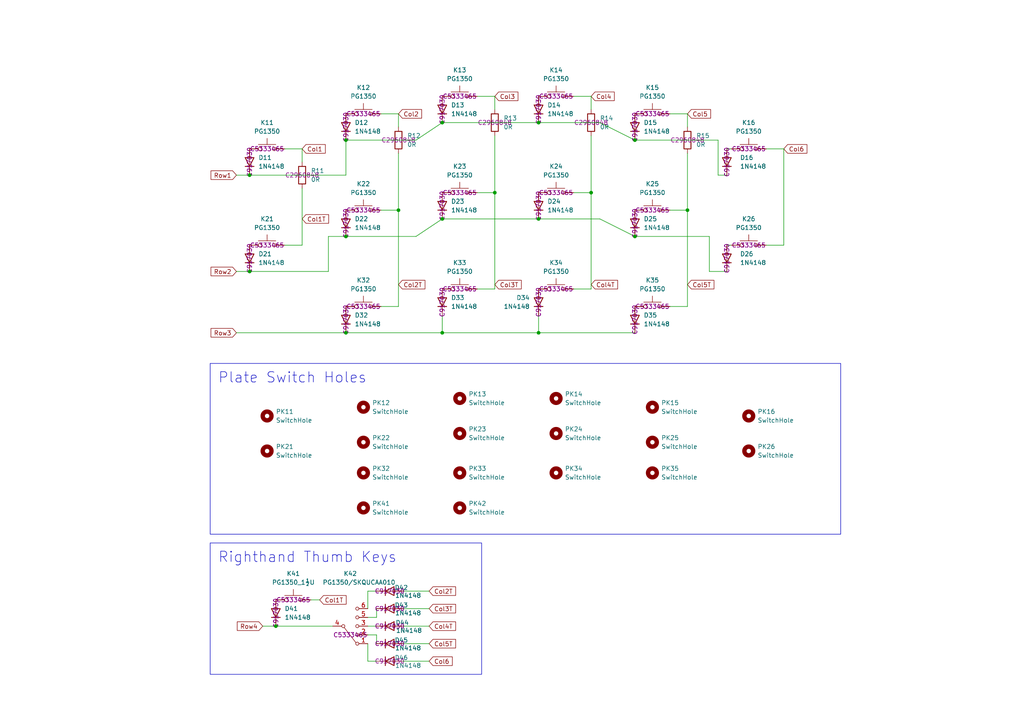
<source format=kicad_sch>
(kicad_sch (version 20250114) (generator "eeschema") (generator_version "9.0")
  (paper "A4")
  (title_block (title "Alufo ") (rev "1.1R") (company "bgkendall") (comment 1 "Split one-layer reversible keyboard PCB (righthand side)") (comment 2 "Key switch matrix for"))
  (lib_symbols
    (symbol "Device:D" (pin_numbers (hide yes)) (pin_names (offset 1.016) (hide yes))
      (property "Reference" "D" (at 0 2.54 0))
      (property "Value" "D" (at 0 -2.54 0))
      (symbol "D_0_1"
        (polyline (pts (xy -1.27 1.27) (xy -1.27 -1.27)) (stroke (width 0.254)))
        (polyline (pts (xy 1.27 1.27) (xy 1.27 -1.27) (xy -1.27 0) (xy 1.27 1.27)) (stroke (width 0.254)))
        (polyline (pts (xy 1.27 0) (xy -1.27 0)))
      )
      (symbol "D_1_1"
        (pin passive line (at -3.81 0 0) (length 2.54) (name "K") (number "1"))
        (pin passive line (at 3.81 0 180) (length 2.54) (name "A") (number "2"))
      )
    )
    (symbol "Device:R" (pin_numbers (hide yes)) (pin_names (offset 0))
      (property "Reference" "R" (at 2.032 0 90))
      (property "Value" "R" (at 0 0 90))
      (symbol "R_0_1"
        (rectangle (start -1.016 -2.54) (end 1.016 2.54) (stroke (width 0.254)))
      )
      (symbol "R_1_1"
        (pin passive line (at 0 3.81 270) (length 1.27) (name "~") (number "1"))
        (pin passive line (at 0 -3.81 90) (length 1.27) (name "~") (number "2"))
      )
    )
    (symbol "Mechanical:MountingHole" (pin_names (offset 1.016)) (exclude_from_sim yes) (in_bom no)
      (property "Reference" "H" (at 0 5.08 0))
      (property "Value" "MountingHole" (at 0 3.175 0))
      (symbol "MountingHole_0_1"
        (circle (center 0 0) (radius 1.27) (stroke (width 1.27)))
      )
    )
    (symbol "Project_Library:SW_SP5T" (pin_names (offset 0) (hide yes))
      (property "Reference" "SW" (at 0 5.08 0))
      (property "Value" "SW_SP5T" (at 0 -11.43 0))
      (symbol "SW_SP5T_0_1"
        (circle (center -2.032 -2.54) (radius 0.4572))
        (polyline (pts (xy -1.7569 -2.1414) (xy 1.651 2.286)))
        (circle (center 2.032 2.54) (radius 0.4572))
        (circle (center 2.032 0) (radius 0.4572))
        (circle (center 2.032 -2.54) (radius 0.4572))
        (circle (center 2.032 -5.08) (radius 0.4572))
        (circle (center 2.032 -7.62) (radius 0.4572))
      )
      (symbol "SW_SP5T_1_1"
        (pin passive line (at -5.08 -2.54 0) (length 2.54) (name "Com") (number "4"))
        (pin passive line (at 5.08 2.54 180) (length 2.54) (name "A") (number "1"))
        (pin passive line (at 5.08 0 180) (length 2.54) (name "B") (number "2"))
        (pin passive line (at 5.08 -2.54 180) (length 2.54) (name "C") (number "3"))
        (pin passive line (at 5.08 -5.08 180) (length 2.54) (name "D") (number "5"))
        (pin passive line (at 5.08 -7.62 180) (length 2.54) (name "Ctr") (number "6"))
      )
    )
    (symbol "Switch:SW_Push" (pin_numbers (hide yes)) (pin_names (offset 1.016) (hide yes))
      (property "Reference" "SW" (at 1.27 2.54 0))
      (property "Value" "SW_Push" (at 0 -1.524 0))
      (symbol "SW_Push_0_1"
        (circle (center -2.032 0) (radius 0.508))
        (polyline (pts (xy 0 1.27) (xy 0 3.048)))
        (circle (center 2.032 0) (radius 0.508))
        (polyline (pts (xy 2.54 1.27) (xy -2.54 1.27)))
        (pin passive line (at -5.08 0 0) (length 2.54) (name "1") (number "1"))
        (pin passive line (at 5.08 0 180) (length 2.54) (name "2") (number "2"))
      )
    )
  )
  (text_box "Plate Switch Holes" (at 60.96 105.41 0) (size 182.88 49.53) (margins 2.25 2.25 2.25 2.25) (effects (font (size 3 3)) (justify left top)))
  (text_box "Righthand Thumb Keys" (at 60.96 157.48 0) (size 78.74 38.1) (margins 2.25 2.25 2.25 2.25) (effects (font (size 3 3)) (justify left top)))
  (junction (at 115.57 60.96))
  (junction (at 72.39 50.8))
  (junction (at 184.15 40.64))
  (junction (at 80.01 181.61))
  (junction (at 128.27 63.5))
  (junction (at 128.27 96.52))
  (junction (at 100.33 68.58))
  (junction (at 143.51 55.88))
  (junction (at 156.21 96.52))
  (junction (at 100.33 40.64))
  (junction (at 128.27 35.56))
  (junction (at 100.33 96.52))
  (junction (at 156.21 35.56))
  (junction (at 156.21 63.5))
  (junction (at 171.45 55.88))
  (junction (at 199.39 60.96))
  (junction (at 72.39 78.74))
  (junction (at 184.15 68.58))
  (wire (pts (xy 156.21 63.5) (xy 128.27 63.5)))
  (wire (pts (xy 120.65 68.58) (xy 100.33 68.58)))
  (wire (pts (xy 106.68 171.45) (xy 109.22 171.45)))
  (wire (pts (xy 184.15 40.64) (xy 208.28 40.64)))
  (wire (pts (xy 199.39 60.96) (xy 199.39 88.9)))
  (wire (pts (xy 128.27 35.56) (xy 120.65 40.64)))
  (wire (pts (xy 171.45 55.88) (xy 171.45 83.82)))
  (wire (pts (xy 72.39 78.74) (xy 95.25 78.74)))
  (wire (pts (xy 90.17 173.99) (xy 92.71 173.99)))
  (wire (pts (xy 128.27 63.5) (xy 120.65 68.58)))
  (wire (pts (xy 87.63 54.61) (xy 87.63 71.12)))
  (wire (pts (xy 143.51 83.82) (xy 138.43 83.82)))
  (wire (pts (xy 109.22 176.53) (xy 109.22 179.07)))
  (wire (pts (xy 208.28 50.8) (xy 210.82 50.8)))
  (wire (pts (xy 106.68 181.61) (xy 109.22 181.61)))
  (wire (pts (xy 173.99 35.56) (xy 156.21 35.56)))
  (wire (pts (xy 95.25 68.58) (xy 100.33 68.58)))
  (wire (pts (xy 106.68 191.77) (xy 106.68 186.69)))
  (wire (pts (xy 68.58 78.74) (xy 72.39 78.74)))
  (wire (pts (xy 143.51 39.37) (xy 143.51 55.88)))
  (wire (pts (xy 171.45 39.37) (xy 171.45 55.88)))
  (wire (pts (xy 156.21 91.44) (xy 156.21 96.52)))
  (wire (pts (xy 184.15 68.58) (xy 205.74 68.58)))
  (wire (pts (xy 115.57 88.9) (xy 110.49 88.9)))
  (wire (pts (xy 212.09 43.18) (xy 210.82 43.18)))
  (wire (pts (xy 124.46 171.45) (xy 116.84 171.45)))
  (wire (pts (xy 205.74 68.58) (xy 205.74 78.74)))
  (wire (pts (xy 76.2 181.61) (xy 80.01 181.61)))
  (wire (pts (xy 212.09 71.12) (xy 210.82 71.12)))
  (wire (pts (xy 138.43 27.94) (xy 143.51 27.94)))
  (wire (pts (xy 143.51 27.94) (xy 143.51 31.75)))
  (wire (pts (xy 106.68 191.77) (xy 109.22 191.77)))
  (wire (pts (xy 205.74 78.74) (xy 210.82 78.74)))
  (wire (pts (xy 82.55 43.18) (xy 87.63 43.18)))
  (wire (pts (xy 166.37 27.94) (xy 171.45 27.94)))
  (wire (pts (xy 184.15 40.64) (xy 173.99 35.56)))
  (wire (pts (xy 156.21 35.56) (xy 128.27 35.56)))
  (wire (pts (xy 222.25 43.18) (xy 227.33 43.18)))
  (wire (pts (xy 109.22 179.07) (xy 106.68 179.07)))
  (wire (pts (xy 194.31 60.96) (xy 199.39 60.96)))
  (wire (pts (xy 143.51 55.88) (xy 143.51 83.82)))
  (wire (pts (xy 115.57 44.45) (xy 115.57 60.96)))
  (wire (pts (xy 222.25 71.12) (xy 227.33 71.12)))
  (wire (pts (xy 100.33 40.64) (xy 100.33 50.8)))
  (wire (pts (xy 110.49 60.96) (xy 115.57 60.96)))
  (wire (pts (xy 120.65 40.64) (xy 100.33 40.64)))
  (wire (pts (xy 110.49 33.02) (xy 115.57 33.02)))
  (wire (pts (xy 115.57 33.02) (xy 115.57 36.83)))
  (wire (pts (xy 171.45 27.94) (xy 171.45 31.75)))
  (wire (pts (xy 109.22 184.15) (xy 106.68 184.15)))
  (wire (pts (xy 100.33 96.52) (xy 128.27 96.52)))
  (wire (pts (xy 199.39 44.45) (xy 199.39 60.96)))
  (wire (pts (xy 199.39 88.9) (xy 194.31 88.9)))
  (wire (pts (xy 124.46 176.53) (xy 116.84 176.53)))
  (wire (pts (xy 115.57 60.96) (xy 115.57 88.9)))
  (wire (pts (xy 82.55 71.12) (xy 87.63 71.12)))
  (wire (pts (xy 208.28 40.64) (xy 208.28 50.8)))
  (wire (pts (xy 95.25 68.58) (xy 95.25 78.74)))
  (wire (pts (xy 80.01 181.61) (xy 96.52 181.61)))
  (wire (pts (xy 128.27 91.44) (xy 128.27 96.52)))
  (wire (pts (xy 106.68 171.45) (xy 106.68 176.53)))
  (wire (pts (xy 184.15 68.58) (xy 173.99 63.5)))
  (wire (pts (xy 156.21 96.52) (xy 184.15 96.52)))
  (wire (pts (xy 68.58 50.8) (xy 72.39 50.8)))
  (wire (pts (xy 227.33 43.18) (xy 227.33 71.12)))
  (wire (pts (xy 128.27 96.52) (xy 156.21 96.52)))
  (wire (pts (xy 124.46 186.69) (xy 116.84 186.69)))
  (wire (pts (xy 138.43 55.88) (xy 143.51 55.88)))
  (wire (pts (xy 68.58 96.52) (xy 100.33 96.52)))
  (wire (pts (xy 87.63 43.18) (xy 87.63 46.99)))
  (wire (pts (xy 124.46 181.61) (xy 116.84 181.61)))
  (wire (pts (xy 124.46 191.77) (xy 116.84 191.77)))
  (wire (pts (xy 166.37 55.88) (xy 171.45 55.88)))
  (wire (pts (xy 194.31 33.02) (xy 199.39 33.02)))
  (wire (pts (xy 171.45 83.82) (xy 166.37 83.82)))
  (wire (pts (xy 109.22 184.15) (xy 109.22 186.69)))
  (wire (pts (xy 72.39 50.8) (xy 100.33 50.8)))
  (wire (pts (xy 173.99 63.5) (xy 156.21 63.5)))
  (wire (pts (xy 199.39 33.02) (xy 199.39 36.83)))
  (global_label "Row3" (shape input) (at 68.58 96.52 180) (property "Intersheetrefs" "${INTERSHEET_REFS}" (effects (hide yes))))
  (global_label "Col2T" (shape input) (at 124.46 171.45 0) (property "Intersheetrefs" "${INTERSHEET_REFS}" (effects (hide yes))))
  (global_label "Col1T" (shape input) (at 92.71 173.99 0) (property "Intersheetrefs" "${INTERSHEET_REFS}" (effects (hide yes))))
  (global_label "Col1" (shape input) (at 87.63 43.18 0) (property "Intersheetrefs" "${INTERSHEET_REFS}" (effects (hide yes))))
  (global_label "Col4T" (shape input) (at 171.45 82.55 0) (property "Intersheetrefs" "${INTERSHEET_REFS}" (effects (hide yes))))
  (global_label "Col3T" (shape input) (at 143.51 82.55 0) (property "Intersheetrefs" "${INTERSHEET_REFS}" (effects (hide yes))))
  (global_label "Col5T" (shape input) (at 199.39 82.55 0) (property "Intersheetrefs" "${INTERSHEET_REFS}" (effects (hide yes))))
  (global_label "Col1T" (shape input) (at 87.63 63.5 0) (property "Intersheetrefs" "${INTERSHEET_REFS}" (effects (hide yes))))
  (global_label "Row4" (shape input) (at 76.2 181.61 180) (property "Intersheetrefs" "${INTERSHEET_REFS}" (effects (hide yes))))
  (global_label "Col5" (shape input) (at 199.39 33.02 0) (property "Intersheetrefs" "${INTERSHEET_REFS}" (effects (hide yes))))
  (global_label "Col6" (shape input) (at 124.46 191.77 0) (property "Intersheetrefs" "${INTERSHEET_REFS}" (effects (hide yes))))
  (global_label "Row1" (shape input) (at 68.58 50.8 180) (property "Intersheetrefs" "${INTERSHEET_REFS}" (effects (hide yes))))
  (global_label "Col3" (shape input) (at 143.51 27.94 0) (property "Intersheetrefs" "${INTERSHEET_REFS}" (effects (hide yes))))
  (global_label "Col4T" (shape input) (at 124.46 181.61 0) (property "Intersheetrefs" "${INTERSHEET_REFS}" (effects (hide yes))))
  (global_label "Col4" (shape input) (at 171.45 27.94 0) (property "Intersheetrefs" "${INTERSHEET_REFS}" (effects (hide yes))))
  (global_label "Col6" (shape input) (at 227.33 43.18 0) (property "Intersheetrefs" "${INTERSHEET_REFS}" (effects (hide yes))))
  (global_label "Col3T" (shape input) (at 124.46 176.53 0) (property "Intersheetrefs" "${INTERSHEET_REFS}" (effects (hide yes))))
  (global_label "Row2" (shape input) (at 68.58 78.74 180) (property "Intersheetrefs" "${INTERSHEET_REFS}" (effects (hide yes))))
  (global_label "Col2T" (shape input) (at 115.57 82.55 0) (property "Intersheetrefs" "${INTERSHEET_REFS}" (effects (hide yes))))
  (global_label "Col2" (shape input) (at 115.57 33.02 0) (property "Intersheetrefs" "${INTERSHEET_REFS}" (effects (hide yes))))
  (global_label "Col5T" (shape input) (at 124.46 186.69 0) (property "Intersheetrefs" "${INTERSHEET_REFS}" (effects (hide yes))))
  (symbol (lib_id "Device:D") (at 113.03 186.69 0) (unit 1)
    (property "Reference" "D45" (at 118.364 185.674 0) (effects (justify right)))
    (property "Value" "1N4148" (at 122.174 187.96 0) (effects (justify right)))
    (property "Footprint" "Project_Library:D_SOD-123" (effects (hide yes)))
    (property "Description" "Diode" (effects (hide yes)))
    (property "Sim.Device" "D" (effects (hide yes)))
    (property "Sim.Pins" "1=K 2=A" (effects (hide yes)))
    (property "LCSC" "C917030" (at 113.03 186.69 0))
  )
  (symbol (lib_id "Switch:SW_Push") (at 161.29 55.88 0) (mirror y) (unit 1)
    (property "Reference" "K24" (at 161.29 48.26 0))
    (property "Value" "PG1350" (at 161.29 50.8 0))
    (property "Footprint" "Project_Library:SW_choc_v1_HS_CPG135001S30_1layer_1u" (effects (hide yes)))
    (property "Description" "Push button switch, generic, two pins" (effects (hide yes)))
    (property "LCSC" "C5333465" (at 161.29 55.88 0))
  )
  (symbol (lib_id "Switch:SW_Push") (at 133.35 55.88 0) (mirror y) (unit 1)
    (property "Reference" "K23" (at 133.35 48.26 0))
    (property "Value" "PG1350" (at 133.35 50.8 0))
    (property "Footprint" "Project_Library:SW_choc_v1_HS_CPG135001S30_1layer_1u" (effects (hide yes)))
    (property "Description" "Push button switch, generic, two pins" (effects (hide yes)))
    (property "LCSC" "C5333465" (at 133.35 55.88 0))
  )
  (symbol (lib_id "Mechanical:MountingHole") (at 133.35 115.57 0) (unit 1) (exclude_from_sim yes) (in_bom no)
    (property "Reference" "PK13" (at 135.89 114.2999 0) (effects (justify left)))
    (property "Value" "SwitchHole" (at 135.89 116.8399 0) (effects (justify left)))
    (property "Footprint" "Project_Library:SW_choc_v1_Plate_CPG135001S30_1u" (effects (hide yes)))
    (property "Description" "Mounting Hole without connection" (effects (hide yes)))
  )
  (symbol (lib_id "Switch:SW_Push") (at 161.29 83.82 0) (mirror y) (unit 1)
    (property "Reference" "K34" (at 161.29 76.2 0))
    (property "Value" "PG1350" (at 161.29 78.74 0))
    (property "Footprint" "Project_Library:SW_choc_v1_HS_CPG135001S30_1layer_1u" (effects (hide yes)))
    (property "Description" "Push button switch, generic, two pins" (effects (hide yes)))
    (property "LCSC" "C5333465" (at 161.29 83.82 0))
  )
  (symbol (lib_id "Switch:SW_Push") (at 161.29 27.94 0) (mirror y) (unit 1)
    (property "Reference" "K14" (at 161.29 20.32 0))
    (property "Value" "PG1350" (at 161.29 22.86 0))
    (property "Footprint" "Project_Library:SW_choc_v1_HS_CPG135001S30_1layer_1u" (effects (hide yes)))
    (property "Description" "Push button switch, generic, two pins" (effects (hide yes)))
    (property "LCSC" "C5333465" (at 161.29 27.94 0))
  )
  (symbol (lib_id "Device:R") (at 143.51 35.56 0) (unit 1)
    (property "Reference" "R13" (at 146.05 34.2899 0) (effects (justify left)))
    (property "Value" "0R" (at 146.05 36.8299 0) (effects (justify left)))
    (property "Footprint" "Resistor_SMD:R_2010_5025Metric" (effects (hide yes)))
    (property "Description" "Resistor" (effects (hide yes)))
    (property "LCSC" "C2960848" (at 143.51 35.56 0))
  )
  (symbol (lib_id "Switch:SW_Push") (at 189.23 88.9 0) (mirror y) (unit 1)
    (property "Reference" "K35" (at 189.23 81.28 0))
    (property "Value" "PG1350" (at 189.23 83.82 0))
    (property "Footprint" "Project_Library:SW_choc_v1_HS_CPG135001S30_1layer_1u" (effects (hide yes)))
    (property "Description" "Push button switch, generic, two pins" (effects (hide yes)))
    (property "LCSC" "C5333465" (at 189.23 88.9 0))
  )
  (symbol (lib_id "Device:R") (at 87.63 50.8 0) (unit 1)
    (property "Reference" "R11" (at 90.17 49.5299 0) (effects (justify left)))
    (property "Value" "0R" (at 90.17 52.0699 0) (effects (justify left)))
    (property "Footprint" "Resistor_SMD:R_2010_5025Metric" (effects (hide yes)))
    (property "Description" "Resistor" (effects (hide yes)))
    (property "LCSC" "C2960848" (at 87.63 50.8 0))
  )
  (symbol (lib_id "Device:D") (at 100.33 36.83 90) (unit 1)
    (property "Reference" "D12" (at 102.87 35.5599 90) (effects (justify right)))
    (property "Value" "1N4148" (at 102.87 38.0999 90) (effects (justify right)))
    (property "Footprint" "Project_Library:D_SOD-123_Mod" (effects (hide yes)))
    (property "Description" "Diode" (effects (hide yes)))
    (property "Sim.Device" "D" (effects (hide yes)))
    (property "Sim.Pins" "1=K 2=A" (effects (hide yes)))
    (property "LCSC" "C917030" (at 100.33 36.83 0))
  )
  (symbol (lib_id "Mechanical:MountingHole") (at 189.23 137.16 0) (unit 1) (exclude_from_sim yes) (in_bom no)
    (property "Reference" "PK35" (at 191.77 135.8899 0) (effects (justify left)))
    (property "Value" "SwitchHole" (at 191.77 138.4299 0) (effects (justify left)))
    (property "Footprint" "Project_Library:SW_choc_v1_Plate_CPG135001S30_1u" (effects (hide yes)))
    (property "Description" "Mounting Hole without connection" (effects (hide yes)))
  )
  (symbol (lib_id "Mechanical:MountingHole") (at 161.29 115.57 0) (unit 1) (exclude_from_sim yes) (in_bom no)
    (property "Reference" "PK14" (at 163.83 114.2999 0) (effects (justify left)))
    (property "Value" "SwitchHole" (at 163.83 116.8399 0) (effects (justify left)))
    (property "Footprint" "Project_Library:SW_choc_v1_Plate_CPG135001S30_1u" (effects (hide yes)))
    (property "Description" "Mounting Hole without connection" (effects (hide yes)))
  )
  (symbol (lib_id "Device:D") (at 100.33 92.71 90) (unit 1)
    (property "Reference" "D32" (at 102.87 91.4399 90) (effects (justify right)))
    (property "Value" "1N4148" (at 102.87 93.9799 90) (effects (justify right)))
    (property "Footprint" "Project_Library:D_SOD-123_Mod" (effects (hide yes)))
    (property "Description" "Diode" (effects (hide yes)))
    (property "Sim.Device" "D" (effects (hide yes)))
    (property "Sim.Pins" "1=K 2=A" (effects (hide yes)))
    (property "LCSC" "C917030" (at 100.33 92.71 0))
  )
  (symbol (lib_id "Device:D") (at 113.03 176.53 0) (unit 1)
    (property "Reference" "D43" (at 118.364 175.514 0) (effects (justify right)))
    (property "Value" "1N4148" (at 122.174 177.8 0) (effects (justify right)))
    (property "Footprint" "Project_Library:D_SOD-123" (effects (hide yes)))
    (property "Description" "Diode" (effects (hide yes)))
    (property "Sim.Device" "D" (effects (hide yes)))
    (property "Sim.Pins" "1=K 2=A" (effects (hide yes)))
    (property "LCSC" "C917030" (at 113.03 176.53 0))
  )
  (symbol (lib_id "Switch:SW_Push") (at 77.47 43.18 0) (mirror y) (unit 1)
    (property "Reference" "K11" (at 77.47 35.56 0))
    (property "Value" "PG1350" (at 77.47 38.1 0))
    (property "Footprint" "Project_Library:SW_choc_v1_HS_CPG135001S30_1layer_1u" (effects (hide yes)))
    (property "Description" "Push button switch, generic, two pins" (effects (hide yes)))
    (property "LCSC" "C5333465" (at 77.47 43.18 0))
  )
  (symbol (lib_id "Mechanical:MountingHole") (at 77.47 130.81 0) (unit 1) (exclude_from_sim yes) (in_bom no)
    (property "Reference" "PK21" (at 80.01 129.5399 0) (effects (justify left)))
    (property "Value" "SwitchHole" (at 80.01 132.0799 0) (effects (justify left)))
    (property "Footprint" "Project_Library:SW_choc_v1_Plate_CPG135001S30_1u" (effects (hide yes)))
    (property "Description" "Mounting Hole without connection" (effects (hide yes)))
  )
  (symbol (lib_id "Device:R") (at 115.57 40.64 0) (unit 1)
    (property "Reference" "R12" (at 118.11 39.3699 0) (effects (justify left)))
    (property "Value" "0R" (at 118.11 41.9099 0) (effects (justify left)))
    (property "Footprint" "Resistor_SMD:R_2010_5025Metric" (effects (hide yes)))
    (property "Description" "Resistor" (effects (hide yes)))
    (property "LCSC" "C2960848" (at 115.57 40.64 0))
  )
  (symbol (lib_id "Project_Library:SW_SP5T") (at 101.6 184.15 0) (mirror x) (unit 1)
    (property "Reference" "K42" (at 101.6 166.37 0))
    (property "Value" "PG1350/SKQUCAA010" (at 104.14 168.91 0))
    (property "Footprint" "Project_Library:SW_choc_v1_HS_nav_CPG135001S30_SKQUCAA010_1layer_1u_1" (effects (hide yes)))
    (property "Description" "Switch, five position, single pole quintuple throw, 5 position switch, SP5T" (effects (hide yes)))
    (property "LCSC" "C5333465" (at 101.6 184.15 0))
  )
  (symbol (lib_id "Device:R") (at 171.45 35.56 0) (unit 1)
    (property "Reference" "R14" (at 173.99 34.2899 0) (effects (justify left)))
    (property "Value" "0R" (at 173.99 36.8299 0) (effects (justify left)))
    (property "Footprint" "Resistor_SMD:R_2010_5025Metric" (effects (hide yes)))
    (property "Description" "Resistor" (effects (hide yes)))
    (property "LCSC" "C2960848" (at 171.45 35.56 0))
  )
  (symbol (lib_id "Switch:SW_Push") (at 105.41 88.9 0) (mirror y) (unit 1)
    (property "Reference" "K32" (at 105.41 81.28 0))
    (property "Value" "PG1350" (at 105.41 83.82 0))
    (property "Footprint" "Project_Library:SW_choc_v1_HS_CPG135001S30_1layer_1u" (effects (hide yes)))
    (property "Description" "Push button switch, generic, two pins" (effects (hide yes)))
    (property "LCSC" "C5333465" (at 105.41 88.9 0))
  )
  (symbol (lib_id "Device:D") (at 113.03 191.77 0) (unit 1)
    (property "Reference" "D46" (at 118.364 190.754 0) (effects (justify right)))
    (property "Value" "1N4148" (at 122.174 193.04 0) (effects (justify right)))
    (property "Footprint" "Project_Library:D_SOD-123" (effects (hide yes)))
    (property "Description" "Diode" (effects (hide yes)))
    (property "Sim.Device" "D" (effects (hide yes)))
    (property "Sim.Pins" "1=K 2=A" (effects (hide yes)))
    (property "LCSC" "C917030" (at 113.03 191.77 0))
  )
  (symbol (lib_id "Mechanical:MountingHole") (at 189.23 118.11 0) (unit 1) (exclude_from_sim yes) (in_bom no)
    (property "Reference" "PK15" (at 191.77 116.8399 0) (effects (justify left)))
    (property "Value" "SwitchHole" (at 191.77 119.3799 0) (effects (justify left)))
    (property "Footprint" "Project_Library:SW_choc_v1_Plate_CPG135001S30_1u" (effects (hide yes)))
    (property "Description" "Mounting Hole without connection" (effects (hide yes)))
  )
  (symbol (lib_id "Device:D") (at 184.15 36.83 90) (unit 1)
    (property "Reference" "D15" (at 186.69 35.5599 90) (effects (justify right)))
    (property "Value" "1N4148" (at 186.69 38.0999 90) (effects (justify right)))
    (property "Footprint" "Project_Library:D_SOD-123_Mod" (effects (hide yes)))
    (property "Description" "Diode" (effects (hide yes)))
    (property "Sim.Device" "D" (effects (hide yes)))
    (property "Sim.Pins" "1=K 2=A" (effects (hide yes)))
    (property "LCSC" "C917030" (at 184.15 36.83 0))
  )
  (symbol (lib_id "Mechanical:MountingHole") (at 105.41 147.32 0) (unit 1) (exclude_from_sim yes) (in_bom no)
    (property "Reference" "PK41" (at 107.95 146.0499 0) (effects (justify left)))
    (property "Value" "SwitchHole" (at 107.95 148.5899 0) (effects (justify left)))
    (property "Footprint" "Project_Library:SW_choc_v1_Plate_CPG135001S30_1.5u" (effects (hide yes)))
    (property "Description" "Mounting Hole without connection" (effects (hide yes)))
  )
  (symbol (lib_id "Switch:SW_Push") (at 85.09 173.99 0) (mirror y) (unit 1)
    (property "Reference" "K41" (at 85.09 166.37 0))
    (property "Value" "PG1350_1½U" (at 85.09 168.91 0))
    (property "Footprint" "Project_Library:SW_choc_v1_HS_CPG135001S30_1layer_1.5u" (effects (hide yes)))
    (property "Description" "Push button switch, generic, two pins" (effects (hide yes)))
    (property "LCSC" "C5333465" (at 85.09 173.99 0))
  )
  (symbol (lib_id "Switch:SW_Push") (at 77.47 71.12 0) (mirror y) (unit 1)
    (property "Reference" "K21" (at 77.47 63.5 0))
    (property "Value" "PG1350" (at 77.47 66.04 0))
    (property "Footprint" "Project_Library:SW_choc_v1_HS_CPG135001S30_1layer_1u" (effects (hide yes)))
    (property "Description" "Push button switch, generic, two pins" (effects (hide yes)))
    (property "LCSC" "C5333465" (at 77.47 71.12 0))
  )
  (symbol (lib_id "Device:D") (at 210.82 74.93 90) (unit 1)
    (property "Reference" "D26" (at 214.63 73.6599 90) (effects (justify right)))
    (property "Value" "1N4148" (at 214.63 76.1999 90) (effects (justify right)))
    (property "Footprint" "Project_Library:D_SOD-123_Mod" (effects (hide yes)))
    (property "Description" "Diode" (effects (hide yes)))
    (property "Sim.Device" "D" (effects (hide yes)))
    (property "Sim.Pins" "1=K 2=A" (effects (hide yes)))
    (property "LCSC" "C917030" (at 210.82 74.93 0))
  )
  (symbol (lib_id "Mechanical:MountingHole") (at 189.23 128.27 0) (unit 1) (exclude_from_sim yes) (in_bom no)
    (property "Reference" "PK25" (at 191.77 126.9999 0) (effects (justify left)))
    (property "Value" "SwitchHole" (at 191.77 129.5399 0) (effects (justify left)))
    (property "Footprint" "Project_Library:SW_choc_v1_Plate_CPG135001S30_1u" (effects (hide yes)))
    (property "Description" "Mounting Hole without connection" (effects (hide yes)))
  )
  (symbol (lib_id "Switch:SW_Push") (at 189.23 33.02 0) (mirror y) (unit 1)
    (property "Reference" "K15" (at 189.23 25.4 0))
    (property "Value" "PG1350" (at 189.23 27.94 0))
    (property "Footprint" "Project_Library:SW_choc_v1_HS_CPG135001S30_1layer_1u" (effects (hide yes)))
    (property "Description" "Push button switch, generic, two pins" (effects (hide yes)))
    (property "LCSC" "C5333465" (at 189.23 33.02 0))
  )
  (symbol (lib_id "Switch:SW_Push") (at 133.35 83.82 0) (mirror y) (unit 1)
    (property "Reference" "K33" (at 133.35 76.2 0))
    (property "Value" "PG1350" (at 133.35 78.74 0))
    (property "Footprint" "Project_Library:SW_choc_v1_HS_CPG135001S30_1layer_1u" (effects (hide yes)))
    (property "Description" "Push button switch, generic, two pins" (effects (hide yes)))
    (property "LCSC" "C5333465" (at 133.35 83.82 0))
  )
  (symbol (lib_id "Device:D") (at 128.27 87.63 90) (unit 1)
    (property "Reference" "D33" (at 130.81 86.3599 90) (effects (justify right)))
    (property "Value" "1N4148" (at 130.81 88.8999 90) (effects (justify right)))
    (property "Footprint" "Project_Library:D_SOD-123_Mod" (effects (hide yes)))
    (property "Description" "Diode" (effects (hide yes)))
    (property "Sim.Device" "D" (effects (hide yes)))
    (property "Sim.Pins" "1=K 2=A" (effects (hide yes)))
    (property "LCSC" "C917030" (at 128.27 87.63 0))
  )
  (symbol (lib_id "Switch:SW_Push") (at 105.41 33.02 0) (mirror y) (unit 1)
    (property "Reference" "K12" (at 105.41 25.4 0))
    (property "Value" "PG1350" (at 105.41 27.94 0))
    (property "Footprint" "Project_Library:SW_choc_v1_HS_CPG135001S30_1layer_1u" (effects (hide yes)))
    (property "Description" "Push button switch, generic, two pins" (effects (hide yes)))
    (property "LCSC" "C5333465" (at 105.41 33.02 0))
  )
  (symbol (lib_id "Mechanical:MountingHole") (at 105.41 128.27 0) (unit 1) (exclude_from_sim yes) (in_bom no)
    (property "Reference" "PK22" (at 107.95 126.9999 0) (effects (justify left)))
    (property "Value" "SwitchHole" (at 107.95 129.5399 0) (effects (justify left)))
    (property "Footprint" "Project_Library:SW_choc_v1_Plate_CPG135001S30_1u" (effects (hide yes)))
    (property "Description" "Mounting Hole without connection" (effects (hide yes)))
  )
  (symbol (lib_id "Device:D") (at 156.21 87.63 270) (mirror x) (unit 1)
    (property "Reference" "D34" (at 153.67 86.3599 90) (effects (justify right)))
    (property "Value" "1N4148" (at 153.67 88.8999 90) (effects (justify right)))
    (property "Footprint" "Project_Library:D_SOD-123_Mod" (effects (hide yes)))
    (property "Description" "Diode" (effects (hide yes)))
    (property "Sim.Device" "D" (effects (hide yes)))
    (property "Sim.Pins" "1=K 2=A" (effects (hide yes)))
    (property "LCSC" "C917030" (at 156.21 87.63 0))
  )
  (symbol (lib_id "Device:D") (at 210.82 46.99 90) (unit 1)
    (property "Reference" "D16" (at 214.63 45.7199 90) (effects (justify right)))
    (property "Value" "1N4148" (at 214.63 48.2599 90) (effects (justify right)))
    (property "Footprint" "Project_Library:D_SOD-123_Mod" (effects (hide yes)))
    (property "Description" "Diode" (effects (hide yes)))
    (property "Sim.Device" "D" (effects (hide yes)))
    (property "Sim.Pins" "1=K 2=A" (effects (hide yes)))
    (property "LCSC" "C917030" (at 210.82 46.99 0))
  )
  (symbol (lib_id "Device:D") (at 184.15 92.71 90) (unit 1)
    (property "Reference" "D35" (at 186.69 91.4399 90) (effects (justify right)))
    (property "Value" "1N4148" (at 186.69 93.9799 90) (effects (justify right)))
    (property "Footprint" "Project_Library:D_SOD-123_Mod" (effects (hide yes)))
    (property "Description" "Diode" (effects (hide yes)))
    (property "Sim.Device" "D" (effects (hide yes)))
    (property "Sim.Pins" "1=K 2=A" (effects (hide yes)))
    (property "LCSC" "C917030" (at 184.15 92.71 0))
  )
  (symbol (lib_id "Switch:SW_Push") (at 189.23 60.96 0) (mirror y) (unit 1)
    (property "Reference" "K25" (at 189.23 53.34 0))
    (property "Value" "PG1350" (at 189.23 55.88 0))
    (property "Footprint" "Project_Library:SW_choc_v1_HS_CPG135001S30_1layer_1u" (effects (hide yes)))
    (property "Description" "Push button switch, generic, two pins" (effects (hide yes)))
    (property "LCSC" "C5333465" (at 189.23 60.96 0))
  )
  (symbol (lib_id "Device:D") (at 80.01 177.8 90) (unit 1)
    (property "Reference" "D41" (at 82.55 176.5299 90) (effects (justify right)))
    (property "Value" "1N4148" (at 82.55 179.0699 90) (effects (justify right)))
    (property "Footprint" "Project_Library:D_SOD-123" (effects (hide yes)))
    (property "Description" "Diode" (effects (hide yes)))
    (property "Sim.Device" "D" (effects (hide yes)))
    (property "Sim.Pins" "1=K 2=A" (effects (hide yes)))
    (property "LCSC" "C917030" (at 80.01 177.8 0))
  )
  (symbol (lib_id "Device:D") (at 72.39 74.93 90) (unit 1)
    (property "Reference" "D21" (at 74.93 73.6599 90) (effects (justify right)))
    (property "Value" "1N4148" (at 74.93 76.1999 90) (effects (justify right)))
    (property "Footprint" "Project_Library:D_SOD-123_Mod" (effects (hide yes)))
    (property "Description" "Diode" (effects (hide yes)))
    (property "Sim.Device" "D" (effects (hide yes)))
    (property "Sim.Pins" "1=K 2=A" (effects (hide yes)))
    (property "LCSC" "C917030" (at 72.39 74.93 0))
  )
  (symbol (lib_id "Mechanical:MountingHole") (at 105.41 137.16 0) (unit 1) (exclude_from_sim yes) (in_bom no)
    (property "Reference" "PK32" (at 107.95 135.8899 0) (effects (justify left)))
    (property "Value" "SwitchHole" (at 107.95 138.4299 0) (effects (justify left)))
    (property "Footprint" "Project_Library:SW_choc_v1_Plate_CPG135001S30_1u" (effects (hide yes)))
    (property "Description" "Mounting Hole without connection" (effects (hide yes)))
  )
  (symbol (lib_id "Device:D") (at 128.27 31.75 90) (unit 1)
    (property "Reference" "D13" (at 130.81 30.4799 90) (effects (justify right)))
    (property "Value" "1N4148" (at 130.81 33.0199 90) (effects (justify right)))
    (property "Footprint" "Project_Library:D_SOD-123_Mod" (effects (hide yes)))
    (property "Description" "Diode" (effects (hide yes)))
    (property "Sim.Device" "D" (effects (hide yes)))
    (property "Sim.Pins" "1=K 2=A" (effects (hide yes)))
    (property "LCSC" "C917030" (at 128.27 31.75 0))
  )
  (symbol (lib_id "Mechanical:MountingHole") (at 133.35 137.16 0) (unit 1) (exclude_from_sim yes) (in_bom no)
    (property "Reference" "PK33" (at 135.89 135.8899 0) (effects (justify left)))
    (property "Value" "SwitchHole" (at 135.89 138.4299 0) (effects (justify left)))
    (property "Footprint" "Project_Library:SW_choc_v1_Plate_CPG135001S30_1u" (effects (hide yes)))
    (property "Description" "Mounting Hole without connection" (effects (hide yes)))
  )
  (symbol (lib_id "Device:D") (at 128.27 59.69 90) (unit 1)
    (property "Reference" "D23" (at 130.81 58.4199 90) (effects (justify right)))
    (property "Value" "1N4148" (at 130.81 60.9599 90) (effects (justify right)))
    (property "Footprint" "Project_Library:D_SOD-123_Mod" (effects (hide yes)))
    (property "Description" "Diode" (effects (hide yes)))
    (property "Sim.Device" "D" (effects (hide yes)))
    (property "Sim.Pins" "1=K 2=A" (effects (hide yes)))
    (property "LCSC" "C917030" (at 128.27 59.69 0))
  )
  (symbol (lib_id "Mechanical:MountingHole") (at 105.41 118.11 0) (unit 1) (exclude_from_sim yes) (in_bom no)
    (property "Reference" "PK12" (at 107.95 116.8399 0) (effects (justify left)))
    (property "Value" "SwitchHole" (at 107.95 119.3799 0) (effects (justify left)))
    (property "Footprint" "Project_Library:SW_choc_v1_Plate_CPG135001S30_1u" (effects (hide yes)))
    (property "Description" "Mounting Hole without connection" (effects (hide yes)))
  )
  (symbol (lib_id "Device:D") (at 184.15 64.77 90) (unit 1)
    (property "Reference" "D25" (at 186.69 63.4999 90) (effects (justify right)))
    (property "Value" "1N4148" (at 186.69 66.0399 90) (effects (justify right)))
    (property "Footprint" "Project_Library:D_SOD-123_Mod" (effects (hide yes)))
    (property "Description" "Diode" (effects (hide yes)))
    (property "Sim.Device" "D" (effects (hide yes)))
    (property "Sim.Pins" "1=K 2=A" (effects (hide yes)))
    (property "LCSC" "C917030" (at 184.15 64.77 0))
  )
  (symbol (lib_id "Mechanical:MountingHole") (at 217.17 130.81 0) (unit 1) (exclude_from_sim yes) (in_bom no)
    (property "Reference" "PK26" (at 219.71 129.5399 0) (effects (justify left)))
    (property "Value" "SwitchHole" (at 219.71 132.0799 0) (effects (justify left)))
    (property "Footprint" "Project_Library:SW_choc_v1_Plate_CPG135001S30_1u" (effects (hide yes)))
    (property "Description" "Mounting Hole without connection" (effects (hide yes)))
  )
  (symbol (lib_id "Mechanical:MountingHole") (at 161.29 125.73 0) (unit 1) (exclude_from_sim yes) (in_bom no)
    (property "Reference" "PK24" (at 163.83 124.4599 0) (effects (justify left)))
    (property "Value" "SwitchHole" (at 163.83 126.9999 0) (effects (justify left)))
    (property "Footprint" "Project_Library:SW_choc_v1_Plate_CPG135001S30_1u" (effects (hide yes)))
    (property "Description" "Mounting Hole without connection" (effects (hide yes)))
  )
  (symbol (lib_id "Device:D") (at 72.39 46.99 90) (unit 1)
    (property "Reference" "D11" (at 74.93 45.7199 90) (effects (justify right)))
    (property "Value" "1N4148" (at 74.93 48.2599 90) (effects (justify right)))
    (property "Footprint" "Project_Library:D_SOD-123_Mod" (effects (hide yes)))
    (property "Description" "Diode" (effects (hide yes)))
    (property "Sim.Device" "D" (effects (hide yes)))
    (property "Sim.Pins" "1=K 2=A" (effects (hide yes)))
    (property "LCSC" "C917030" (at 72.39 46.99 0))
  )
  (symbol (lib_id "Mechanical:MountingHole") (at 77.47 120.65 0) (unit 1) (exclude_from_sim yes) (in_bom no)
    (property "Reference" "PK11" (at 80.01 119.3799 0) (effects (justify left)))
    (property "Value" "SwitchHole" (at 80.01 121.9199 0) (effects (justify left)))
    (property "Footprint" "Project_Library:SW_choc_v1_Plate_CPG135001S30_1u" (effects (hide yes)))
    (property "Description" "Mounting Hole without connection" (effects (hide yes)))
  )
  (symbol (lib_id "Mechanical:MountingHole") (at 133.35 125.73 0) (unit 1) (exclude_from_sim yes) (in_bom no)
    (property "Reference" "PK23" (at 135.89 124.4599 0) (effects (justify left)))
    (property "Value" "SwitchHole" (at 135.89 126.9999 0) (effects (justify left)))
    (property "Footprint" "Project_Library:SW_choc_v1_Plate_CPG135001S30_1u" (effects (hide yes)))
    (property "Description" "Mounting Hole without connection" (effects (hide yes)))
  )
  (symbol (lib_id "Device:D") (at 156.21 59.69 90) (unit 1)
    (property "Reference" "D24" (at 158.75 58.4199 90) (effects (justify right)))
    (property "Value" "1N4148" (at 158.75 60.9599 90) (effects (justify right)))
    (property "Footprint" "Project_Library:D_SOD-123_Mod" (effects (hide yes)))
    (property "Description" "Diode" (effects (hide yes)))
    (property "Sim.Device" "D" (effects (hide yes)))
    (property "Sim.Pins" "1=K 2=A" (effects (hide yes)))
    (property "LCSC" "C917030" (at 156.21 59.69 0))
  )
  (symbol (lib_id "Switch:SW_Push") (at 105.41 60.96 0) (mirror y) (unit 1)
    (property "Reference" "K22" (at 105.41 53.34 0))
    (property "Value" "PG1350" (at 105.41 55.88 0))
    (property "Footprint" "Project_Library:SW_choc_v1_HS_CPG135001S30_1layer_1u" (effects (hide yes)))
    (property "Description" "Push button switch, generic, two pins" (effects (hide yes)))
    (property "LCSC" "C5333465" (at 105.41 60.96 0))
  )
  (symbol (lib_id "Switch:SW_Push") (at 133.35 27.94 0) (mirror y) (unit 1)
    (property "Reference" "K13" (at 133.35 20.32 0))
    (property "Value" "PG1350" (at 133.35 22.86 0))
    (property "Footprint" "Project_Library:SW_choc_v1_HS_CPG135001S30_1layer_1u" (effects (hide yes)))
    (property "Description" "Push button switch, generic, two pins" (effects (hide yes)))
    (property "LCSC" "C5333465" (at 133.35 27.94 0))
  )
  (symbol (lib_id "Device:D") (at 113.03 171.45 0) (unit 1)
    (property "Reference" "D42" (at 118.364 170.434 0) (effects (justify right)))
    (property "Value" "1N4148" (at 122.174 172.72 0) (effects (justify right)))
    (property "Footprint" "Project_Library:D_SOD-123" (effects (hide yes)))
    (property "Description" "Diode" (effects (hide yes)))
    (property "Sim.Device" "D" (effects (hide yes)))
    (property "Sim.Pins" "1=K 2=A" (effects (hide yes)))
    (property "LCSC" "C917030" (at 113.03 171.45 0))
  )
  (symbol (lib_id "Switch:SW_Push") (at 217.17 71.12 0) (mirror y) (unit 1)
    (property "Reference" "K26" (at 217.17 63.5 0))
    (property "Value" "PG1350" (at 217.17 66.04 0))
    (property "Footprint" "Project_Library:SW_choc_v1_HS_CPG135001S30_1layer_1u" (effects (hide yes)))
    (property "Description" "Push button switch, generic, two pins" (effects (hide yes)))
    (property "LCSC" "C5333465" (at 217.17 71.12 0))
  )
  (symbol (lib_id "Mechanical:MountingHole") (at 161.29 137.16 0) (unit 1) (exclude_from_sim yes) (in_bom no)
    (property "Reference" "PK34" (at 163.83 135.8899 0) (effects (justify left)))
    (property "Value" "SwitchHole" (at 163.83 138.4299 0) (effects (justify left)))
    (property "Footprint" "Project_Library:SW_choc_v1_Plate_CPG135001S30_1u" (effects (hide yes)))
    (property "Description" "Mounting Hole without connection" (effects (hide yes)))
  )
  (symbol (lib_id "Mechanical:MountingHole") (at 133.35 147.32 0) (unit 1) (exclude_from_sim yes) (in_bom no)
    (property "Reference" "PK42" (at 135.89 146.0499 0) (effects (justify left)))
    (property "Value" "SwitchHole" (at 135.89 148.5899 0) (effects (justify left)))
    (property "Footprint" "Project_Library:SW_choc_v1_Plate_CPG135001S30_1u" (effects (hide yes)))
    (property "Description" "Mounting Hole without connection" (effects (hide yes)))
  )
  (symbol (lib_id "Mechanical:MountingHole") (at 217.17 120.65 0) (unit 1) (exclude_from_sim yes) (in_bom no)
    (property "Reference" "PK16" (at 219.71 119.3799 0) (effects (justify left)))
    (property "Value" "SwitchHole" (at 219.71 121.9199 0) (effects (justify left)))
    (property "Footprint" "Project_Library:SW_choc_v1_Plate_CPG135001S30_1u" (effects (hide yes)))
    (property "Description" "Mounting Hole without connection" (effects (hide yes)))
  )
  (symbol (lib_id "Device:D") (at 113.03 181.61 0) (unit 1)
    (property "Reference" "D44" (at 118.618 180.594 0) (effects (justify right)))
    (property "Value" "1N4148" (at 122.428 182.88 0) (effects (justify right)))
    (property "Footprint" "Project_Library:D_SOD-123" (effects (hide yes)))
    (property "Description" "Diode" (effects (hide yes)))
    (property "Sim.Device" "D" (effects (hide yes)))
    (property "Sim.Pins" "1=K 2=A" (effects (hide yes)))
    (property "LCSC" "C917030" (at 113.03 181.61 0))
  )
  (symbol (lib_id "Device:R") (at 199.39 40.64 0) (unit 1)
    (property "Reference" "R15" (at 201.93 39.3699 0) (effects (justify left)))
    (property "Value" "0R" (at 201.93 41.9099 0) (effects (justify left)))
    (property "Footprint" "Resistor_SMD:R_2010_5025Metric" (effects (hide yes)))
    (property "Description" "Resistor" (effects (hide yes)))
    (property "LCSC" "C2960848" (at 199.39 40.64 0))
  )
  (symbol (lib_id "Device:D") (at 100.33 64.77 90) (unit 1)
    (property "Reference" "D22" (at 102.87 63.4999 90) (effects (justify right)))
    (property "Value" "1N4148" (at 102.87 66.0399 90) (effects (justify right)))
    (property "Footprint" "Project_Library:D_SOD-123_Mod" (effects (hide yes)))
    (property "Description" "Diode" (effects (hide yes)))
    (property "Sim.Device" "D" (effects (hide yes)))
    (property "Sim.Pins" "1=K 2=A" (effects (hide yes)))
    (property "LCSC" "C917030" (at 100.33 64.77 0))
  )
  (symbol (lib_id "Switch:SW_Push") (at 217.17 43.18 0) (mirror y) (unit 1)
    (property "Reference" "K16" (at 217.17 35.56 0))
    (property "Value" "PG1350" (at 217.17 38.1 0))
    (property "Footprint" "Project_Library:SW_choc_v1_HS_CPG135001S30_1layer_1u" (effects (hide yes)))
    (property "Description" "Push button switch, generic, two pins" (effects (hide yes)))
    (property "LCSC" "C5333465" (at 217.17 43.18 0))
  )
  (symbol (lib_id "Device:D") (at 156.21 31.75 90) (unit 1)
    (property "Reference" "D14" (at 158.75 30.4799 90) (effects (justify right)))
    (property "Value" "1N4148" (at 158.75 33.0199 90) (effects (justify right)))
    (property "Footprint" "Project_Library:D_SOD-123_Mod" (effects (hide yes)))
    (property "Description" "Diode" (effects (hide yes)))
    (property "Sim.Device" "D" (effects (hide yes)))
    (property "Sim.Pins" "1=K 2=A" (effects (hide yes)))
    (property "LCSC" "C917030" (at 156.21 31.75 0))
  )
)
</source>
